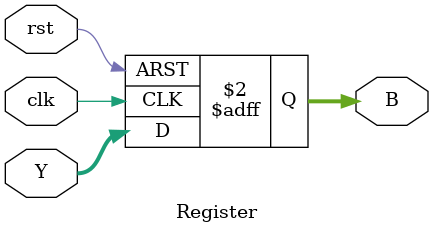
<source format=v>
`timescale 1ns/1ns
module Register (input clk, rst, input [7:0] Y, output reg [7:0] B);
    always@(posedge clk, posedge rst)
        if(rst)
          B <= 8'd0;
        else
          B <= Y;
endmodule
</source>
